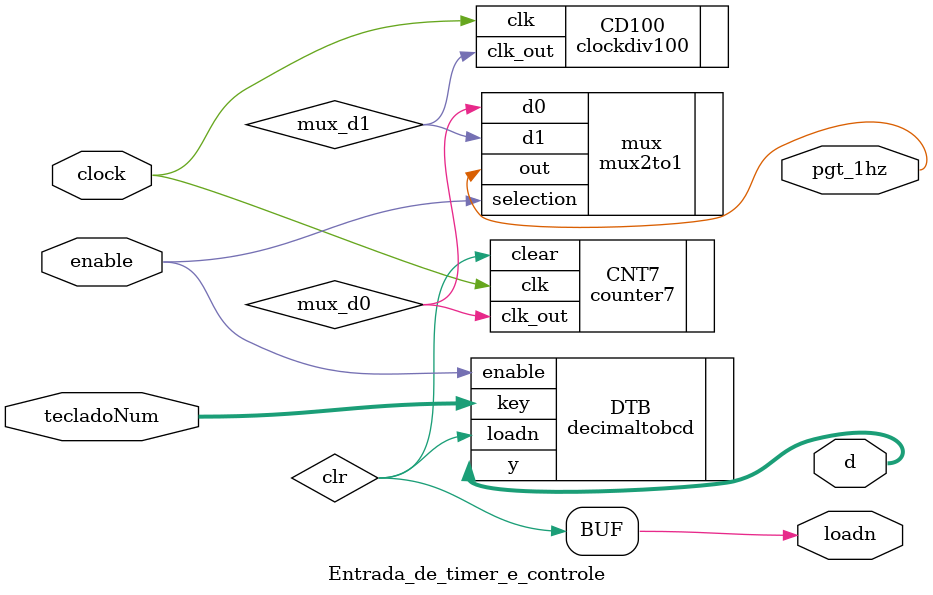
<source format=v>
module Entrada_de_timer_e_controle(
    input wire [9:0] tecladoNum,
    input wire enable,
    input wire clock,
    output wire [3:0] d,
    output wire loadn,
    output wire pgt_1hz
);
    //criar 3 fios para ligar o 'dado valido' no counter0-7, e os outros dois sao do mux
    wire clr , mux_d0,mux_d1;

    decimaltobcd DTB(.key(tecladoNum),.enable(enable),.y(d),.loadn(clr));
    counter7 CNT7(.clk(clock),.clear(clr),.clk_out(mux_d0));
    clockdiv100 CD100(.clk(clock),.clk_out(mux_d1));
    mux2to1 mux(.selection(enable),.d0(mux_d0),.d1(mux_d1),.out(pgt_1hz));

    assign loadn = clr;

endmodule


</source>
